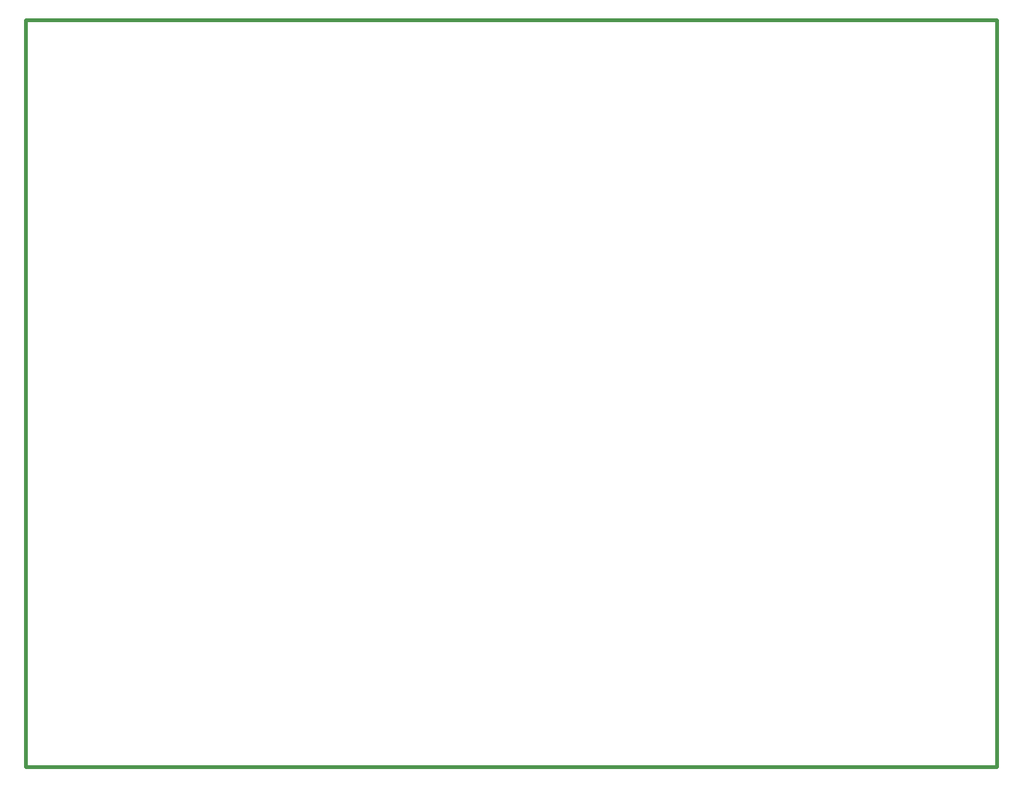
<source format=gbr>
%TF.GenerationSoftware,KiCad,Pcbnew,(5.1.4)-1*%
%TF.CreationDate,2020-11-06T00:10:57+08:00*%
%TF.ProjectId,MCU,4d43552e-6b69-4636-9164-5f7063625858,rev?*%
%TF.SameCoordinates,Original*%
%TF.FileFunction,Profile,NP*%
%FSLAX46Y46*%
G04 Gerber Fmt 4.6, Leading zero omitted, Abs format (unit mm)*
G04 Created by KiCad (PCBNEW (5.1.4)-1) date 2020-11-06 00:10:57*
%MOMM*%
%LPD*%
G04 APERTURE LIST*
%ADD10C,0.500000*%
G04 APERTURE END LIST*
D10*
X150000000Y-20000000D02*
X20000000Y-20000000D01*
X150000000Y-120000000D02*
X150000000Y-20000000D01*
X20000000Y-120000000D02*
X150000000Y-120000000D01*
X20000000Y-20000000D02*
X20000000Y-120000000D01*
M02*

</source>
